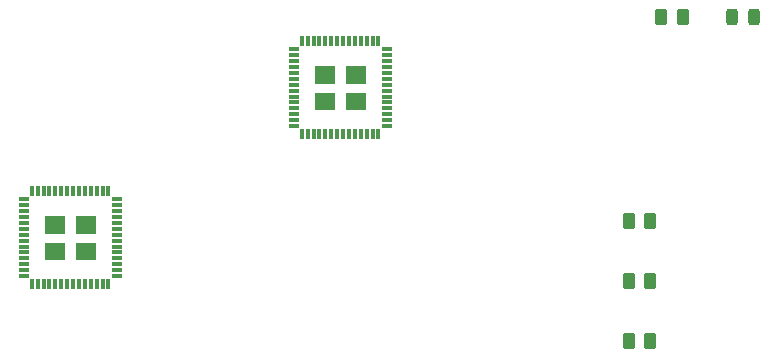
<source format=gbr>
%TF.GenerationSoftware,KiCad,Pcbnew,7.0.2*%
%TF.CreationDate,2023-08-08T23:25:05-03:00*%
%TF.ProjectId,USB Switch,55534220-5377-4697-9463-682e6b696361,rev?*%
%TF.SameCoordinates,Original*%
%TF.FileFunction,Paste,Top*%
%TF.FilePolarity,Positive*%
%FSLAX46Y46*%
G04 Gerber Fmt 4.6, Leading zero omitted, Abs format (unit mm)*
G04 Created by KiCad (PCBNEW 7.0.2) date 2023-08-08 23:25:05*
%MOMM*%
%LPD*%
G01*
G04 APERTURE LIST*
G04 Aperture macros list*
%AMRoundRect*
0 Rectangle with rounded corners*
0 $1 Rounding radius*
0 $2 $3 $4 $5 $6 $7 $8 $9 X,Y pos of 4 corners*
0 Add a 4 corners polygon primitive as box body*
4,1,4,$2,$3,$4,$5,$6,$7,$8,$9,$2,$3,0*
0 Add four circle primitives for the rounded corners*
1,1,$1+$1,$2,$3*
1,1,$1+$1,$4,$5*
1,1,$1+$1,$6,$7*
1,1,$1+$1,$8,$9*
0 Add four rect primitives between the rounded corners*
20,1,$1+$1,$2,$3,$4,$5,0*
20,1,$1+$1,$4,$5,$6,$7,0*
20,1,$1+$1,$6,$7,$8,$9,0*
20,1,$1+$1,$8,$9,$2,$3,0*%
G04 Aperture macros list end*
%ADD10C,0.010000*%
%ADD11RoundRect,0.250000X0.262500X0.450000X-0.262500X0.450000X-0.262500X-0.450000X0.262500X-0.450000X0*%
%ADD12RoundRect,0.250000X-0.262500X-0.450000X0.262500X-0.450000X0.262500X0.450000X-0.262500X0.450000X0*%
%ADD13RoundRect,0.008100X-0.421900X-0.126900X0.421900X-0.126900X0.421900X0.126900X-0.421900X0.126900X0*%
%ADD14RoundRect,0.008100X0.126900X-0.421900X0.126900X0.421900X-0.126900X0.421900X-0.126900X-0.421900X0*%
%ADD15RoundRect,0.243750X0.243750X0.456250X-0.243750X0.456250X-0.243750X-0.456250X0.243750X-0.456250X0*%
G04 APERTURE END LIST*
%TO.C,S1*%
D10*
X78653000Y-115280000D02*
X77013000Y-115280000D01*
X77013000Y-113860000D01*
X78653000Y-113860000D01*
X78653000Y-115280000D01*
G36*
X78653000Y-115280000D02*
G01*
X77013000Y-115280000D01*
X77013000Y-113860000D01*
X78653000Y-113860000D01*
X78653000Y-115280000D01*
G37*
X78653000Y-117530000D02*
X77013000Y-117530000D01*
X77013000Y-116110000D01*
X78653000Y-116110000D01*
X78653000Y-117530000D01*
G36*
X78653000Y-117530000D02*
G01*
X77013000Y-117530000D01*
X77013000Y-116110000D01*
X78653000Y-116110000D01*
X78653000Y-117530000D01*
G37*
X81253000Y-115280000D02*
X79613000Y-115280000D01*
X79613000Y-113860000D01*
X81253000Y-113860000D01*
X81253000Y-115280000D01*
G36*
X81253000Y-115280000D02*
G01*
X79613000Y-115280000D01*
X79613000Y-113860000D01*
X81253000Y-113860000D01*
X81253000Y-115280000D01*
G37*
X81253000Y-117530000D02*
X79613000Y-117530000D01*
X79613000Y-116110000D01*
X81253000Y-116110000D01*
X81253000Y-117530000D01*
G36*
X81253000Y-117530000D02*
G01*
X79613000Y-117530000D01*
X79613000Y-116110000D01*
X81253000Y-116110000D01*
X81253000Y-117530000D01*
G37*
%TO.C,S2*%
X101513000Y-102580000D02*
X99873000Y-102580000D01*
X99873000Y-101160000D01*
X101513000Y-101160000D01*
X101513000Y-102580000D01*
G36*
X101513000Y-102580000D02*
G01*
X99873000Y-102580000D01*
X99873000Y-101160000D01*
X101513000Y-101160000D01*
X101513000Y-102580000D01*
G37*
X101513000Y-104830000D02*
X99873000Y-104830000D01*
X99873000Y-103410000D01*
X101513000Y-103410000D01*
X101513000Y-104830000D01*
G36*
X101513000Y-104830000D02*
G01*
X99873000Y-104830000D01*
X99873000Y-103410000D01*
X101513000Y-103410000D01*
X101513000Y-104830000D01*
G37*
X104113000Y-102580000D02*
X102473000Y-102580000D01*
X102473000Y-101160000D01*
X104113000Y-101160000D01*
X104113000Y-102580000D01*
G36*
X104113000Y-102580000D02*
G01*
X102473000Y-102580000D01*
X102473000Y-101160000D01*
X104113000Y-101160000D01*
X104113000Y-102580000D01*
G37*
X104113000Y-104830000D02*
X102473000Y-104830000D01*
X102473000Y-103410000D01*
X104113000Y-103410000D01*
X104113000Y-104830000D01*
G36*
X104113000Y-104830000D02*
G01*
X102473000Y-104830000D01*
X102473000Y-103410000D01*
X104113000Y-103410000D01*
X104113000Y-104830000D01*
G37*
%TD*%
D11*
%TO.C,R3*%
X128245000Y-119380000D03*
X126420000Y-119380000D03*
%TD*%
D12*
%TO.C,R1*%
X129175000Y-97000000D03*
X131000000Y-97000000D03*
%TD*%
D13*
%TO.C,S1*%
X75198000Y-112445000D03*
X75198000Y-112945000D03*
X75198000Y-113445000D03*
X75198000Y-113945000D03*
X75198000Y-114445000D03*
X75198000Y-114945000D03*
X75198000Y-115445000D03*
X75198000Y-115945000D03*
X75198000Y-116445000D03*
X75198000Y-116945000D03*
X75198000Y-117445000D03*
X75198000Y-117945000D03*
X75198000Y-118445000D03*
X75198000Y-118945000D03*
D14*
X75883000Y-119630000D03*
X76383000Y-119630000D03*
X76883000Y-119630000D03*
X77383000Y-119630000D03*
X77883000Y-119630000D03*
X78383000Y-119630000D03*
X78883000Y-119630000D03*
X79383000Y-119630000D03*
X79883000Y-119630000D03*
X80383000Y-119630000D03*
X80883000Y-119630000D03*
X81383000Y-119630000D03*
X81883000Y-119630000D03*
X82383000Y-119630000D03*
D13*
X83068000Y-118945000D03*
X83068000Y-118445000D03*
X83068000Y-117945000D03*
X83068000Y-117445000D03*
X83068000Y-116945000D03*
X83068000Y-116445000D03*
X83068000Y-115945000D03*
X83068000Y-115445000D03*
X83068000Y-114945000D03*
X83068000Y-114445000D03*
X83068000Y-113945000D03*
X83068000Y-113445000D03*
X83068000Y-112945000D03*
X83068000Y-112445000D03*
D14*
X82383000Y-111760000D03*
X81883000Y-111760000D03*
X81383000Y-111760000D03*
X80883000Y-111760000D03*
X80383000Y-111760000D03*
X79883000Y-111760000D03*
X79383000Y-111760000D03*
X78883000Y-111760000D03*
X78383000Y-111760000D03*
X77883000Y-111760000D03*
X77383000Y-111760000D03*
X76883000Y-111760000D03*
X76383000Y-111760000D03*
X75883000Y-111760000D03*
%TD*%
D11*
%TO.C,R4*%
X128245000Y-124460000D03*
X126420000Y-124460000D03*
%TD*%
D13*
%TO.C,S2*%
X98058000Y-99745000D03*
X98058000Y-100245000D03*
X98058000Y-100745000D03*
X98058000Y-101245000D03*
X98058000Y-101745000D03*
X98058000Y-102245000D03*
X98058000Y-102745000D03*
X98058000Y-103245000D03*
X98058000Y-103745000D03*
X98058000Y-104245000D03*
X98058000Y-104745000D03*
X98058000Y-105245000D03*
X98058000Y-105745000D03*
X98058000Y-106245000D03*
D14*
X98743000Y-106930000D03*
X99243000Y-106930000D03*
X99743000Y-106930000D03*
X100243000Y-106930000D03*
X100743000Y-106930000D03*
X101243000Y-106930000D03*
X101743000Y-106930000D03*
X102243000Y-106930000D03*
X102743000Y-106930000D03*
X103243000Y-106930000D03*
X103743000Y-106930000D03*
X104243000Y-106930000D03*
X104743000Y-106930000D03*
X105243000Y-106930000D03*
D13*
X105928000Y-106245000D03*
X105928000Y-105745000D03*
X105928000Y-105245000D03*
X105928000Y-104745000D03*
X105928000Y-104245000D03*
X105928000Y-103745000D03*
X105928000Y-103245000D03*
X105928000Y-102745000D03*
X105928000Y-102245000D03*
X105928000Y-101745000D03*
X105928000Y-101245000D03*
X105928000Y-100745000D03*
X105928000Y-100245000D03*
X105928000Y-99745000D03*
D14*
X105243000Y-99060000D03*
X104743000Y-99060000D03*
X104243000Y-99060000D03*
X103743000Y-99060000D03*
X103243000Y-99060000D03*
X102743000Y-99060000D03*
X102243000Y-99060000D03*
X101743000Y-99060000D03*
X101243000Y-99060000D03*
X100743000Y-99060000D03*
X100243000Y-99060000D03*
X99743000Y-99060000D03*
X99243000Y-99060000D03*
X98743000Y-99060000D03*
%TD*%
D15*
%TO.C,D1*%
X137042500Y-97000000D03*
X135167500Y-97000000D03*
%TD*%
D11*
%TO.C,R2*%
X128245000Y-114300000D03*
X126420000Y-114300000D03*
%TD*%
M02*

</source>
